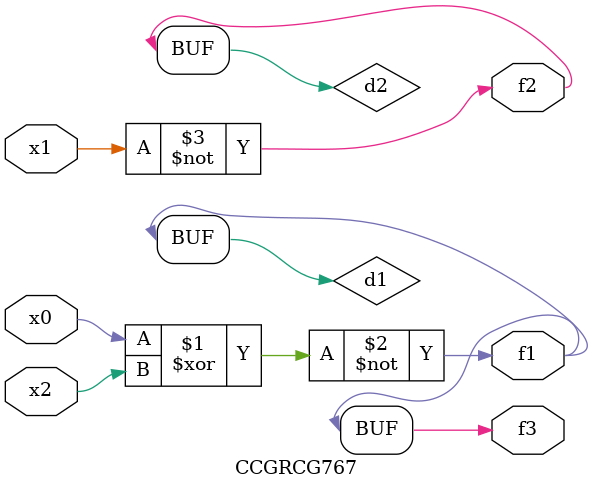
<source format=v>
module CCGRCG767(
	input x0, x1, x2,
	output f1, f2, f3
);

	wire d1, d2, d3;

	xnor (d1, x0, x2);
	nand (d2, x1);
	nor (d3, x1, x2);
	assign f1 = d1;
	assign f2 = d2;
	assign f3 = d1;
endmodule

</source>
